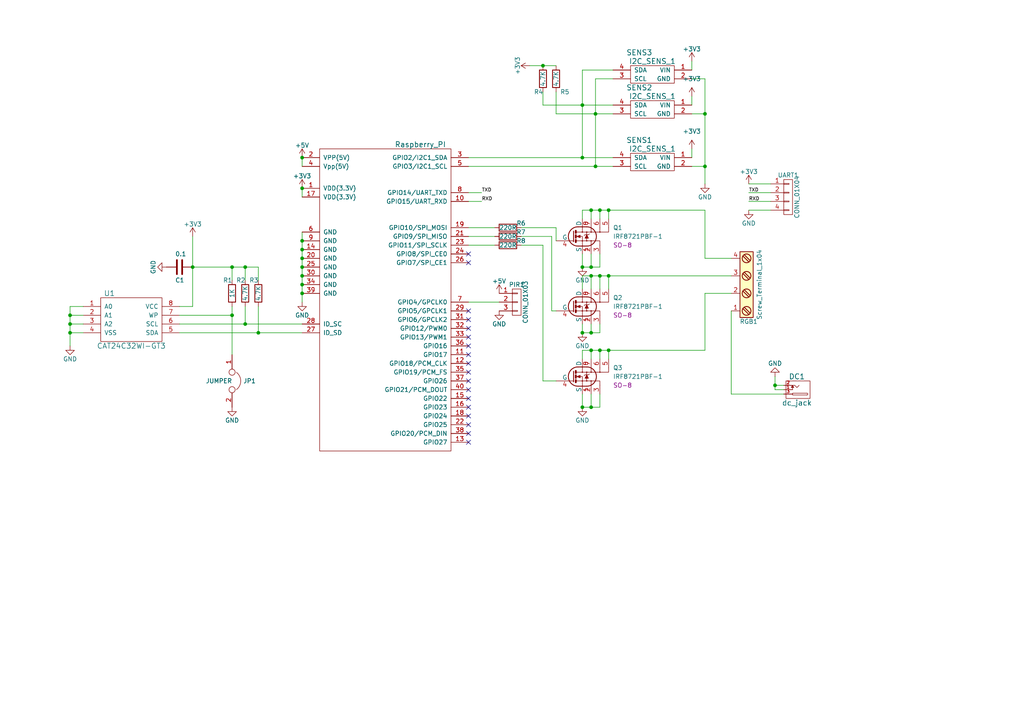
<source format=kicad_sch>
(kicad_sch (version 20211123) (generator eeschema)
  (paper "A4")
  (lib_symbols
    (symbol "anavi-light-rescue:+3.3V" (power) (pin_names (offset 0))
      (property "Value" "+3.3V" (at 0 3.556 0))
      (symbol "+3.3V_0_1"
        (polyline (pts (xy -0.762 1.27) (xy 0 2.54)))
        (polyline (pts (xy 0 0) (xy 0 2.54)))
        (polyline (pts (xy 0 2.54) (xy 0.762 1.27)))
      )
      (symbol "+3.3V_1_1"
        (pin power_in line (at 0 0 90) (length 0) hide (name "+3V3") (number "1"))
      )
    )
    (symbol "anavi-light-rescue:+5V" (power) (pin_names (offset 0))
      (property "Value" "+5V" (at 0 3.556 0))
      (symbol "+5V_0_1"
        (polyline (pts (xy -0.762 1.27) (xy 0 2.54)))
        (polyline (pts (xy 0 0) (xy 0 2.54)))
        (polyline (pts (xy 0 2.54) (xy 0.762 1.27)))
      )
      (symbol "+5V_1_1"
        (pin power_in line (at 0 0 90) (length 0) hide (name "+5V") (number "1"))
      )
    )
    (symbol "anavi-light-rescue:C" (pin_numbers hide) (pin_names (offset 0.254))
      (property "Reference" "C" (at 0.635 2.54 0))
      (property "Value" "C" (at 0.635 -2.54 0))
      (symbol "C_0_1"
        (polyline (pts (xy -2.032 -0.762) (xy 2.032 -0.762)) (stroke (width 0.508)))
        (polyline (pts (xy -2.032 0.762) (xy 2.032 0.762)) (stroke (width 0.508)))
      )
      (symbol "C_1_1"
        (pin passive line (at 0 3.81 270) (length 2.794) (name "~") (number "1"))
        (pin passive line (at 0 -3.81 90) (length 2.794) (name "~") (number "2"))
      )
    )
    (symbol "anavi-light-rescue:CONN_01X03" (pin_names (offset 1.016) hide)
      (property "Reference" "P" (at 0 5.08 0))
      (property "Value" "CONN_01X03" (at 2.54 0 90))
      (symbol "CONN_01X03_0_1"
        (rectangle (start -1.27 -2.413) (end 0.254 -2.667))
        (rectangle (start -1.27 0.127) (end 0.254 -0.127))
        (rectangle (start -1.27 2.667) (end 0.254 2.413))
        (rectangle (start -1.27 3.81) (end 1.27 -3.81))
      )
      (symbol "CONN_01X03_1_1"
        (pin passive line (at -5.08 2.54 0) (length 3.81) (name "P1") (number "1"))
        (pin passive line (at -5.08 0 0) (length 3.81) (name "P2") (number "2"))
        (pin passive line (at -5.08 -2.54 0) (length 3.81) (name "P3") (number "3"))
      )
    )
    (symbol "anavi-light-rescue:CONN_01X04" (pin_names (offset 1.016) hide)
      (property "Reference" "P" (at 0 6.35 0))
      (property "Value" "CONN_01X04" (at 2.54 0 90))
      (symbol "CONN_01X04_0_1"
        (rectangle (start -1.27 -3.683) (end 0.254 -3.937))
        (rectangle (start -1.27 -1.143) (end 0.254 -1.397))
        (rectangle (start -1.27 1.397) (end 0.254 1.143))
        (rectangle (start -1.27 3.937) (end 0.254 3.683))
        (rectangle (start -1.27 5.08) (end 1.27 -5.08))
      )
      (symbol "CONN_01X04_1_1"
        (pin passive line (at -5.08 3.81 0) (length 3.81) (name "P1") (number "1"))
        (pin passive line (at -5.08 1.27 0) (length 3.81) (name "P2") (number "2"))
        (pin passive line (at -5.08 -1.27 0) (length 3.81) (name "P3") (number "3"))
        (pin passive line (at -5.08 -3.81 0) (length 3.81) (name "P4") (number "4"))
      )
    )
    (symbol "anavi-light-rescue:GND" (power) (pin_names (offset 0))
      (property "Value" "GND" (at 0 -3.81 0))
      (symbol "GND_0_1"
        (polyline (pts (xy 0 0) (xy 0 -1.27) (xy 1.27 -1.27) (xy 0 -2.54) (xy -1.27 -1.27) (xy 0 -1.27)))
      )
      (symbol "GND_1_1"
        (pin power_in line (at 0 0 270) (length 0) hide (name "GND") (number "1"))
      )
    )
    (symbol "anavi-light-rescue:IRF8721PBF-1" (pin_names (offset 0))
      (property "Reference" "Q" (at 8.89 2.54 0))
      (property "Value" "IRF8721PBF-1" (at 8.89 0 0))
      (property "Footprint" "SO-8" (at 8.89 -2.54 0))
      (symbol "IRF8721PBF-1_0_1"
        (arc (start -1.27 2.794) (mid -4.064 0) (end -1.27 -2.794) (stroke (width 0.254)))
        (circle (center 0 -1.27) (radius 0.127))
        (polyline (pts (xy -1.905 -1.016) (xy -1.905 -1.651)) (stroke (width 0.508)))
        (polyline (pts (xy -1.905 0.381) (xy -1.905 -0.381)) (stroke (width 0.508)))
        (polyline (pts (xy -1.905 1.651) (xy -1.905 1.016)) (stroke (width 0.508)))
        (polyline (pts (xy -1.27 -2.794) (xy 1.27 -2.794)) (stroke (width 0.254)))
        (polyline (pts (xy -1.27 2.794) (xy 1.27 2.794)) (stroke (width 0.254)))
        (polyline (pts (xy 0 -2.54) (xy 0 -1.27)))
        (polyline (pts (xy 1.27 1.27) (xy 1.27 -1.27)))
        (polyline (pts (xy 2.54 -2.54) (xy 2.54 -1.27)))
        (polyline (pts (xy 2.54 1.27) (xy 2.54 2.54)))
        (polyline (pts (xy 5.08 1.27) (xy 5.08 2.54)))
        (polyline (pts (xy -2.54 1.524) (xy -2.54 -1.524) (xy -2.54 -1.524)) (stroke (width 0.254)))
        (polyline (pts (xy -1.905 -1.27) (xy 5.08 -1.27) (xy 5.08 -2.54)))
        (polyline (pts (xy -1.27 0) (xy 0 0) (xy 0 -1.27)))
        (polyline (pts (xy 0 1.27) (xy 7.62 1.27) (xy 7.62 2.54)))
        (polyline (pts (xy -1.778 1.27) (xy 0 1.27) (xy 0 2.54) (xy 0 2.54)))
        (polyline (pts (xy 0.508 0.254) (xy 0.762 0.508) (xy 1.778 0.508) (xy 2.032 0.762)))
        (circle (center 0 1.27) (radius 0.127))
        (arc (start 1.27 -2.794) (mid 4.064 0) (end 1.27 2.794) (stroke (width 0.254)))
        (circle (center 1.27 -1.27) (radius 0.127))
        (circle (center 1.27 1.27) (radius 0.127))
        (circle (center 2.54 -1.27) (radius 0.127))
        (circle (center 2.54 1.27) (radius 0.127))
        (circle (center 5.08 1.27) (radius 0.127))
      )
      (symbol "IRF8721PBF-1_1_1"
        (polyline (pts (xy 1.27 0.508) (xy 0.762 -0.508) (xy 1.778 -0.508) (xy 1.27 0.508)) (fill (type outline)))
        (polyline (pts (xy -1.651 0) (xy -0.635 0.381) (xy -0.635 -0.381) (xy -1.651 0) (xy -1.524 0) (xy -1.524 0)) (fill (type outline)))
        (pin passive line (at 0 -5.08 90) (length 2.54) (name "S") (number "1"))
        (pin passive line (at 2.54 -5.08 90) (length 2.54) (name "~") (number "2"))
        (pin passive line (at 5.08 -5.08 90) (length 2.54) (name "~") (number "3"))
        (pin input line (at -7.62 -1.27 0) (length 5.08) (name "G") (number "4"))
        (pin passive line (at 7.62 5.08 270) (length 2.54) (name "~") (number "5"))
        (pin passive line (at 5.08 5.08 270) (length 2.54) (name "~") (number "6"))
        (pin passive line (at 2.54 5.08 270) (length 2.54) (name "~") (number "7"))
        (pin passive line (at 0 5.08 270) (length 2.54) (name "D") (number "8"))
      )
    )
    (symbol "anavi-light-rescue:JUMPER" (pin_names (offset 0.762) hide)
      (property "Reference" "JP" (at 0 3.81 0))
      (property "Value" "JUMPER" (at 0 -2.032 0))
      (symbol "JUMPER_0_1"
        (circle (center -2.54 0) (radius 0.889))
        (arc (start 2.5146 1.27) (mid 0.0127 2.5097) (end -2.4892 1.27))
        (circle (center 2.54 0) (radius 0.889))
        (pin passive line (at -7.62 0 0) (length 4.191) (name "1") (number "1"))
        (pin passive line (at 7.62 0 180) (length 4.191) (name "2") (number "2"))
      )
    )
    (symbol "anavi-light-rescue:R" (pin_numbers hide) (pin_names (offset 0))
      (property "Reference" "R" (at 2.032 0 90))
      (property "Value" "R" (at 0 0 90))
      (symbol "R_0_1"
        (rectangle (start -1.016 -2.54) (end 1.016 2.54) (stroke (width 0.254)))
      )
      (symbol "R_1_1"
        (pin passive line (at 0 3.81 270) (length 1.27) (name "~") (number "1"))
        (pin passive line (at 0 -3.81 90) (length 1.27) (name "~") (number "2"))
      )
    )
    (symbol "anavi-light-rescue:Screw_Terminal_1x04" (pin_names (offset 0.762) hide)
      (property "Reference" "J" (at 0 11.43 0))
      (property "Value" "Screw_Terminal_1x04" (at -3.81 0 90))
      (symbol "Screw_Terminal_1x04_0_1"
        (rectangle (start -1.27 -9.525) (end 2.54 9.525) (stroke (width 0.254)) (fill (type background)))
        (polyline (pts (xy -0.381 -6.985) (xy 1.27 -8.636)) (stroke (width 0.254)))
        (polyline (pts (xy -0.381 3.175) (xy 1.27 1.524)) (stroke (width 0.254)))
        (polyline (pts (xy 0 -1.524) (xy 1.651 -3.175)) (stroke (width 0.254)))
        (polyline (pts (xy 0 8.636) (xy 1.651 6.985)) (stroke (width 0.254)))
        (polyline (pts (xy 1.27 -3.556) (xy -0.381 -1.905)) (stroke (width 0.254)))
        (polyline (pts (xy 1.27 6.604) (xy -0.381 8.255)) (stroke (width 0.254)))
        (polyline (pts (xy 1.651 -8.255) (xy 0 -6.604)) (stroke (width 0.254)))
        (polyline (pts (xy 1.651 1.905) (xy 0 3.556)) (stroke (width 0.254)))
        (circle (center 0.635 -7.62) (radius 1.27) (stroke (width 0.254)))
        (circle (center 0.635 -2.54) (radius 1.27) (stroke (width 0.254)))
        (circle (center 0.635 2.54) (radius 1.27) (stroke (width 0.254)))
        (circle (center 0.635 7.62) (radius 1.27) (stroke (width 0.254)))
      )
      (symbol "Screw_Terminal_1x04_1_1"
        (pin passive line (at 5.08 7.62 180) (length 2.54) (name "~") (number "1"))
        (pin passive line (at 5.08 2.54 180) (length 2.54) (name "~") (number "2"))
        (pin passive line (at 5.08 -2.54 180) (length 2.54) (name "~") (number "3"))
        (pin passive line (at 5.08 -7.62 180) (length 2.54) (name "~") (number "4"))
      )
    )
    (symbol "mylibrary:CAT24C32WI-GT3" (pin_names (offset 1.016))
      (property "Reference" "U" (at 0 0 0))
      (property "Value" "CAT24C32WI-GT3" (at 0 -16.51 0))
      (symbol "CAT24C32WI-GT3_0_1"
        (rectangle (start -8.89 -2.54) (end 8.89 -15.24))
      )
      (symbol "CAT24C32WI-GT3_1_1"
        (pin input line (at -13.97 -5.08 0) (length 5.08) (name "A0") (number "1"))
        (pin input line (at -13.97 -7.62 0) (length 5.08) (name "A1") (number "2"))
        (pin input line (at -13.97 -10.16 0) (length 5.08) (name "A2") (number "3"))
        (pin input line (at -13.97 -12.7 0) (length 5.08) (name "VSS") (number "4"))
        (pin input line (at 13.97 -12.7 180) (length 5.08) (name "SDA") (number "5"))
        (pin input line (at 13.97 -10.16 180) (length 5.08) (name "SCL") (number "6"))
        (pin input line (at 13.97 -7.62 180) (length 5.08) (name "WP") (number "7"))
        (pin input line (at 13.97 -5.08 180) (length 5.08) (name "VCC") (number "8"))
      )
    )
    (symbol "mylibrary:I2C_SENS_1" (pin_names (offset 1.016))
      (property "Reference" "U" (at 1.27 2.54 0))
      (property "Value" "I2C_SENS_1" (at 6.35 0 0))
      (symbol "I2C_SENS_1_0_1"
        (rectangle (start 0 -1.27) (end 12.7 -6.35))
      )
      (symbol "I2C_SENS_1_1_1"
        (pin input line (at 17.78 -2.54 180) (length 5.08) (name "VIN") (number "1"))
        (pin input line (at 17.78 -5.08 180) (length 5.08) (name "GND") (number "2"))
        (pin input line (at -5.08 -5.08 0) (length 5.08) (name "SCL") (number "3"))
        (pin input line (at -5.08 -2.54 0) (length 5.08) (name "SDA") (number "4"))
      )
    )
    (symbol "mylibrary:Raspberry_PI" (pin_names (offset 1.016))
      (property "Reference" "P" (at -15.24 2.54 0))
      (property "Value" "Raspberry_PI" (at 8.89 2.54 0))
      (symbol "Raspberry_PI_0_1"
        (rectangle (start 19.05 -87.63) (end -19.05 0))
      )
      (symbol "Raspberry_PI_1_1"
        (pin input line (at -24.13 -11.43 0) (length 5.08) (name "VDD(3.3V)") (number "1"))
        (pin input line (at 24.13 -15.24 180) (length 5.08) (name "GPIO15/UART_RXD") (number "10"))
        (pin input line (at 24.13 -59.69 180) (length 5.08) (name "GPIO17") (number "11"))
        (pin input line (at 24.13 -62.23 180) (length 5.08) (name "GPIO18/PCM_CLK") (number "12"))
        (pin input line (at 24.13 -85.09 180) (length 5.08) (name "GPIO27") (number "13"))
        (pin input line (at -24.13 -29.21 0) (length 5.08) (name "GND") (number "14"))
        (pin input line (at 24.13 -72.39 180) (length 5.08) (name "GPIO22") (number "15"))
        (pin input line (at 24.13 -74.93 180) (length 5.08) (name "GPIO23") (number "16"))
        (pin input line (at -24.13 -13.97 0) (length 5.08) (name "VDD(3.3V)") (number "17"))
        (pin input line (at 24.13 -77.47 180) (length 5.08) (name "GPIO24") (number "18"))
        (pin input line (at 24.13 -22.86 180) (length 5.08) (name "GPIO10/SPI_MOSI") (number "19"))
        (pin input line (at -24.13 -2.54 0) (length 5.08) (name "VPP(5V)") (number "2"))
        (pin input line (at -24.13 -31.75 0) (length 5.08) (name "GND") (number "20"))
        (pin input line (at 24.13 -25.4 180) (length 5.08) (name "GPIO9/SPI_MISO") (number "21"))
        (pin input line (at 24.13 -80.01 180) (length 5.08) (name "GPIO25") (number "22"))
        (pin input line (at 24.13 -27.94 180) (length 5.08) (name "GPIO11/SPI_SCLK") (number "23"))
        (pin input line (at 24.13 -30.48 180) (length 5.08) (name "GPIO8/SPI_CE0") (number "24"))
        (pin input line (at -24.13 -34.29 0) (length 5.08) (name "GND") (number "25"))
        (pin input line (at 24.13 -33.02 180) (length 5.08) (name "GPIO7/SPI_CE1") (number "26"))
        (pin input line (at -24.13 -53.34 0) (length 5.08) (name "ID_SD") (number "27"))
        (pin input line (at -24.13 -50.8 0) (length 5.08) (name "ID_SC") (number "28"))
        (pin input line (at 24.13 -46.99 180) (length 5.08) (name "GPIO5/GPCLK1") (number "29"))
        (pin input line (at 24.13 -2.54 180) (length 5.08) (name "GPIO2/I2C1_SDA") (number "3"))
        (pin input line (at -24.13 -36.83 0) (length 5.08) (name "GND") (number "30"))
        (pin input line (at 24.13 -49.53 180) (length 5.08) (name "GPIO6/GPCLK2") (number "31"))
        (pin input line (at 24.13 -52.07 180) (length 5.08) (name "GPIO12/PWM0") (number "32"))
        (pin input line (at 24.13 -54.61 180) (length 5.08) (name "GPIO13/PWM1") (number "33"))
        (pin input line (at -24.13 -39.37 0) (length 5.08) (name "GND") (number "34"))
        (pin input line (at 24.13 -64.77 180) (length 5.08) (name "GPIO19/PCM_FS") (number "35"))
        (pin input line (at 24.13 -57.15 180) (length 5.08) (name "GPIO16") (number "36"))
        (pin input line (at 24.13 -67.31 180) (length 5.08) (name "GPIO26") (number "37"))
        (pin input line (at 24.13 -82.55 180) (length 5.08) (name "GPIO20/PCM_DIN") (number "38"))
        (pin input line (at -24.13 -41.91 0) (length 5.08) (name "GND") (number "39"))
        (pin input line (at -24.13 -5.08 0) (length 5.08) (name "Vpp(5V)") (number "4"))
        (pin input line (at 24.13 -69.85 180) (length 5.08) (name "GPIO21/PCM_DOUT") (number "40"))
        (pin input line (at 24.13 -5.08 180) (length 5.08) (name "GPIO3/I2C1_SCL") (number "5"))
        (pin input line (at -24.13 -24.13 0) (length 5.08) (name "GND") (number "6"))
        (pin input line (at 24.13 -44.45 180) (length 5.08) (name "GPIO4/GPCLK0") (number "7"))
        (pin input line (at 24.13 -12.7 180) (length 5.08) (name "GPIO14/UART_TXD") (number "8"))
        (pin input line (at -24.13 -26.67 0) (length 5.08) (name "GND") (number "9"))
      )
    )
    (symbol "w_connectors:dc_jack" (pin_names (offset 0) hide)
      (property "Reference" "J" (at 0 3.81 0))
      (property "Value" "dc_jack" (at 0 -3.81 0))
      (symbol "dc_jack_0_1"
        (rectangle (start -3.175 2.54) (end 3.81 -2.54))
        (polyline (pts (xy -1.27 0) (xy -1.27 0.635)))
        (polyline (pts (xy -1.27 1.27) (xy -1.651 0.635) (xy -0.889 0.635) (xy -1.27 1.27)) (fill (type outline)))
        (polyline (pts (xy -1.27 1.27) (xy -0.635 1.27) (xy 0 0.635) (xy 0.635 1.27)))
        (polyline (pts (xy 2.921 -1.016) (xy -1.27 -1.016) (xy -1.27 -1.524) (xy 2.921 -1.524)))
        (arc (start 2.921 -1.524) (mid 3.175 -1.27) (end 2.921 -1.016))
      )
      (symbol "dc_jack_1_1"
        (pin passive line (at -3.81 0 0) (length 2.54) (name "1") (number "1"))
        (pin passive line (at -3.81 1.27 0) (length 2.54) (name "2") (number "2"))
        (pin passive line (at -3.81 -1.27 0) (length 2.54) (name "3") (number "3"))
      )
    )
  )
  (junction (at 171.45 80.01))
  (junction (at 87.63 72.39))
  (junction (at 176.53 60.96))
  (junction (at 87.63 85.09))
  (junction (at 71.12 77.47))
  (junction (at 20.32 93.98))
  (junction (at 171.45 60.96))
  (junction (at 67.31 91.44))
  (junction (at 171.45 101.6))
  (junction (at 171.45 96.52))
  (junction (at 157.48 19.05))
  (junction (at 20.32 96.52))
  (junction (at 87.63 77.47))
  (junction (at 168.91 45.72))
  (junction (at 168.91 30.48))
  (junction (at 204.47 33.02))
  (junction (at 168.91 77.47))
  (junction (at 67.31 77.47))
  (junction (at 20.32 91.44))
  (junction (at 74.93 96.52))
  (junction (at 173.99 101.6))
  (junction (at 173.99 60.96))
  (junction (at 176.53 101.6))
  (junction (at 172.72 48.26))
  (junction (at 71.12 93.98))
  (junction (at 173.99 80.01))
  (junction (at 87.63 45.72))
  (junction (at 87.63 69.85))
  (junction (at 224.79 111.76))
  (junction (at 172.72 33.02))
  (junction (at 87.63 74.93))
  (junction (at 87.63 82.55))
  (junction (at 204.47 48.26))
  (junction (at 171.45 77.47))
  (junction (at 87.63 54.61))
  (junction (at 176.53 80.01))
  (junction (at 87.63 80.01))
  (junction (at 168.91 118.11))
  (junction (at 171.45 118.11))
  (junction (at 55.88 77.47))
  (junction (at 168.91 96.52))
  (no_connect (at 135.89 76.2))
  (no_connect (at 135.89 97.79))
  (no_connect (at 135.89 73.66))
  (no_connect (at 135.89 115.57))
  (no_connect (at 135.89 120.65))
  (no_connect (at 135.89 118.11))
  (no_connect (at 135.89 125.73))
  (no_connect (at 135.89 100.33))
  (no_connect (at 135.89 113.03))
  (no_connect (at 135.89 102.87))
  (no_connect (at 135.89 123.19))
  (no_connect (at 135.89 95.25))
  (no_connect (at 135.89 128.27))
  (no_connect (at 135.89 92.71))
  (no_connect (at 135.89 107.95))
  (no_connect (at 135.89 110.49))
  (no_connect (at 135.89 105.41))
  (no_connect (at 135.89 90.17))
  (wire (pts (xy 168.91 80.01) (xy 171.45 80.01)))
  (wire (pts (xy 168.91 73.66) (xy 168.91 77.47)))
  (wire (pts (xy 173.99 83.82) (xy 173.99 80.01)))
  (wire (pts (xy 87.63 85.09) (xy 87.63 87.63)))
  (wire (pts (xy 171.45 101.6) (xy 173.99 101.6)))
  (wire (pts (xy 171.45 96.52) (xy 173.99 96.52)))
  (wire (pts (xy 20.32 96.52) (xy 20.32 100.33)))
  (wire (pts (xy 212.09 114.3) (xy 227.33 114.3)))
  (wire (pts (xy 135.89 45.72) (xy 168.91 45.72)))
  (wire (pts (xy 223.52 55.88) (xy 217.17 55.88)))
  (wire (pts (xy 55.88 77.47) (xy 55.88 88.9)))
  (wire (pts (xy 204.47 85.09) (xy 212.09 85.09)))
  (wire (pts (xy 204.47 33.02) (xy 204.47 48.26)))
  (wire (pts (xy 212.09 90.17) (xy 212.09 114.3)))
  (wire (pts (xy 177.8 20.32) (xy 168.91 20.32)))
  (wire (pts (xy 176.53 80.01) (xy 212.09 80.01)))
  (wire (pts (xy 55.88 77.47) (xy 67.31 77.47)))
  (wire (pts (xy 157.48 19.05) (xy 161.29 19.05)))
  (wire (pts (xy 87.63 82.55) (xy 87.63 85.09)))
  (wire (pts (xy 173.99 80.01) (xy 176.53 80.01)))
  (wire (pts (xy 172.72 33.02) (xy 177.8 33.02)))
  (wire (pts (xy 171.45 77.47) (xy 173.99 77.47)))
  (wire (pts (xy 172.72 22.86) (xy 172.72 33.02)))
  (wire (pts (xy 87.63 72.39) (xy 87.63 74.93)))
  (wire (pts (xy 200.66 22.86) (xy 204.47 22.86)))
  (wire (pts (xy 143.51 66.04) (xy 135.89 66.04)))
  (wire (pts (xy 74.93 96.52) (xy 74.93 88.9)))
  (wire (pts (xy 71.12 93.98) (xy 71.12 88.9)))
  (wire (pts (xy 67.31 77.47) (xy 71.12 77.47)))
  (wire (pts (xy 67.31 81.28) (xy 67.31 77.47)))
  (wire (pts (xy 135.89 58.42) (xy 139.7 58.42)))
  (wire (pts (xy 217.17 53.34) (xy 223.52 53.34)))
  (wire (pts (xy 52.07 96.52) (xy 74.93 96.52)))
  (wire (pts (xy 143.51 68.58) (xy 135.89 68.58)))
  (wire (pts (xy 223.52 60.96) (xy 217.17 60.96)))
  (wire (pts (xy 168.91 101.6) (xy 171.45 101.6)))
  (wire (pts (xy 87.63 54.61) (xy 87.63 57.15)))
  (wire (pts (xy 171.45 114.3) (xy 171.45 118.11)))
  (wire (pts (xy 204.47 22.86) (xy 204.47 33.02)))
  (wire (pts (xy 224.79 111.76) (xy 224.79 109.22)))
  (wire (pts (xy 55.88 88.9) (xy 52.07 88.9)))
  (wire (pts (xy 87.63 74.93) (xy 87.63 77.47)))
  (wire (pts (xy 223.52 58.42) (xy 217.17 58.42)))
  (wire (pts (xy 224.79 113.03) (xy 224.79 111.76)))
  (wire (pts (xy 171.45 93.98) (xy 171.45 96.52)))
  (wire (pts (xy 176.53 101.6) (xy 204.47 101.6)))
  (wire (pts (xy 200.66 17.78) (xy 200.66 20.32)))
  (wire (pts (xy 171.45 80.01) (xy 173.99 80.01)))
  (wire (pts (xy 168.91 104.14) (xy 168.91 101.6)))
  (wire (pts (xy 171.45 118.11) (xy 173.99 118.11)))
  (wire (pts (xy 168.91 45.72) (xy 177.8 45.72)))
  (wire (pts (xy 204.47 60.96) (xy 176.53 60.96)))
  (wire (pts (xy 74.93 96.52) (xy 87.63 96.52)))
  (wire (pts (xy 173.99 60.96) (xy 171.45 60.96)))
  (wire (pts (xy 135.89 87.63) (xy 144.78 87.63)))
  (wire (pts (xy 160.02 68.58) (xy 160.02 90.17)))
  (wire (pts (xy 87.63 67.31) (xy 87.63 69.85)))
  (wire (pts (xy 171.45 83.82) (xy 171.45 80.01)))
  (wire (pts (xy 173.99 77.47) (xy 173.99 73.66)))
  (wire (pts (xy 204.47 74.93) (xy 204.47 60.96)))
  (wire (pts (xy 168.91 77.47) (xy 171.45 77.47)))
  (wire (pts (xy 172.72 33.02) (xy 172.72 48.26)))
  (wire (pts (xy 161.29 66.04) (xy 161.29 69.85)))
  (wire (pts (xy 52.07 91.44) (xy 67.31 91.44)))
  (wire (pts (xy 55.88 68.58) (xy 55.88 77.47)))
  (wire (pts (xy 168.91 93.98) (xy 168.91 96.52)))
  (wire (pts (xy 157.48 30.48) (xy 168.91 30.48)))
  (wire (pts (xy 87.63 80.01) (xy 87.63 82.55)))
  (wire (pts (xy 67.31 88.9) (xy 67.31 91.44)))
  (wire (pts (xy 135.89 55.88) (xy 139.7 55.88)))
  (wire (pts (xy 173.99 96.52) (xy 173.99 93.98)))
  (wire (pts (xy 176.53 63.5) (xy 176.53 60.96)))
  (wire (pts (xy 135.89 48.26) (xy 172.72 48.26)))
  (wire (pts (xy 171.45 73.66) (xy 171.45 77.47)))
  (wire (pts (xy 173.99 118.11) (xy 173.99 114.3)))
  (wire (pts (xy 168.91 20.32) (xy 168.91 30.48)))
  (wire (pts (xy 168.91 30.48) (xy 177.8 30.48)))
  (wire (pts (xy 227.33 111.76) (xy 224.79 111.76)))
  (wire (pts (xy 212.09 74.93) (xy 204.47 74.93)))
  (wire (pts (xy 173.99 104.14) (xy 173.99 101.6)))
  (wire (pts (xy 172.72 48.26) (xy 177.8 48.26)))
  (wire (pts (xy 87.63 69.85) (xy 87.63 72.39)))
  (wire (pts (xy 200.66 27.94) (xy 200.66 30.48)))
  (wire (pts (xy 176.53 104.14) (xy 176.53 101.6)))
  (wire (pts (xy 173.99 101.6) (xy 176.53 101.6)))
  (wire (pts (xy 176.53 60.96) (xy 173.99 60.96)))
  (wire (pts (xy 24.13 91.44) (xy 20.32 91.44)))
  (wire (pts (xy 71.12 77.47) (xy 71.12 81.28)))
  (wire (pts (xy 168.91 118.11) (xy 171.45 118.11)))
  (wire (pts (xy 87.63 77.47) (xy 87.63 80.01)))
  (wire (pts (xy 143.51 71.12) (xy 135.89 71.12)))
  (wire (pts (xy 204.47 101.6) (xy 204.47 85.09)))
  (wire (pts (xy 168.91 30.48) (xy 168.91 45.72)))
  (wire (pts (xy 20.32 91.44) (xy 20.32 93.98)))
  (wire (pts (xy 74.93 77.47) (xy 74.93 81.28)))
  (wire (pts (xy 171.45 60.96) (xy 168.91 60.96)))
  (wire (pts (xy 157.48 71.12) (xy 157.48 110.49)))
  (wire (pts (xy 227.33 113.03) (xy 224.79 113.03)))
  (wire (pts (xy 67.31 91.44) (xy 67.31 102.87)))
  (wire (pts (xy 173.99 63.5) (xy 173.99 60.96)))
  (wire (pts (xy 151.13 71.12) (xy 157.48 71.12)))
  (wire (pts (xy 168.91 96.52) (xy 171.45 96.52)))
  (wire (pts (xy 204.47 33.02) (xy 200.66 33.02)))
  (wire (pts (xy 168.91 114.3) (xy 168.91 118.11)))
  (wire (pts (xy 151.13 66.04) (xy 161.29 66.04)))
  (wire (pts (xy 200.66 43.18) (xy 200.66 45.72)))
  (wire (pts (xy 52.07 93.98) (xy 71.12 93.98)))
  (wire (pts (xy 71.12 77.47) (xy 74.93 77.47)))
  (wire (pts (xy 177.8 22.86) (xy 172.72 22.86)))
  (wire (pts (xy 161.29 33.02) (xy 172.72 33.02)))
  (wire (pts (xy 160.02 90.17) (xy 161.29 90.17)))
  (wire (pts (xy 168.91 60.96) (xy 168.91 63.5)))
  (wire (pts (xy 168.91 83.82) (xy 168.91 80.01)))
  (wire (pts (xy 20.32 93.98) (xy 20.32 96.52)))
  (wire (pts (xy 24.13 93.98) (xy 20.32 93.98)))
  (wire (pts (xy 87.63 45.72) (xy 87.63 48.26)))
  (wire (pts (xy 153.67 19.05) (xy 157.48 19.05)))
  (wire (pts (xy 171.45 104.14) (xy 171.45 101.6)))
  (wire (pts (xy 24.13 96.52) (xy 20.32 96.52)))
  (wire (pts (xy 204.47 48.26) (xy 200.66 48.26)))
  (wire (pts (xy 161.29 26.67) (xy 161.29 33.02)))
  (wire (pts (xy 71.12 93.98) (xy 87.63 93.98)))
  (wire (pts (xy 157.48 26.67) (xy 157.48 30.48)))
  (wire (pts (xy 204.47 48.26) (xy 204.47 53.34)))
  (wire (pts (xy 151.13 68.58) (xy 160.02 68.58)))
  (wire (pts (xy 20.32 88.9) (xy 20.32 91.44)))
  (wire (pts (xy 171.45 63.5) (xy 171.45 60.96)))
  (wire (pts (xy 24.13 88.9) (xy 20.32 88.9)))
  (wire (pts (xy 176.53 83.82) (xy 176.53 80.01)))
  (wire (pts (xy 157.48 110.49) (xy 161.29 110.49)))
  (label "RXD" (at 217.17 58.42 0) (effects (font (size 0.9906 0.9906))))
  (label "TXD" (at 217.17 55.88 0) (effects (font (size 0.9906 0.9906))))
  (label "RXD" (at 139.7 58.42 0) (effects (font (size 0.9906 0.9906))))
  (label "TXD" (at 139.7 55.88 0) (effects (font (size 0.9906 0.9906))))
  (symbol (lib_id "mylibrary:CAT24C32WI-GT3") (at 38.1 83.82 0) (unit 1)
    (property "Reference" "U1" (at 31.75 85.09 0) (effects (font (size 1.524 1.524))))
    (property "Value" "CAT24C32WI-GT3" (at 38.1 100.33 0) (effects (font (size 1.524 1.524))))
    (property "Footprint" "Housings_DIP:DIP-8_W7.62mm" (effects hide))
  )
  (symbol (lib_id "anavi-light-rescue:R") (at 67.31 85.09 0) (unit 1)
    (property "Reference" "R1" (at 66.04 81.28 0))
    (property "Value" "1K" (at 67.31 85.09 90))
    (property "Footprint" "Resistors_SMD:R_0603_HandSoldering" (effects hide))
  )
  (symbol (lib_id "anavi-light-rescue:R") (at 71.12 85.09 0) (unit 1)
    (property "Reference" "R2" (at 69.85 81.28 0))
    (property "Value" "4.7K" (at 71.12 85.09 90))
    (property "Footprint" "Resistors_SMD:R_0603_HandSoldering" (effects hide))
  )
  (symbol (lib_id "anavi-light-rescue:R") (at 74.93 85.09 0) (unit 1)
    (property "Reference" "R3" (at 73.66 81.28 0))
    (property "Value" "4.7K" (at 74.93 85.09 90))
    (property "Footprint" "Resistors_SMD:R_0603_HandSoldering" (effects hide))
  )
  (symbol (lib_id "anavi-light-rescue:C") (at 52.07 77.47 270) (unit 1)
    (property "Reference" "C1" (at 50.8 81.28 90) (effects (justify left)))
    (property "Value" "0.1" (at 50.8 73.66 90) (effects (justify left)))
    (property "Footprint" "Capacitors_SMD:C_0603_HandSoldering" (effects hide))
  )
  (symbol (lib_id "anavi-light-rescue:GND") (at 20.32 100.33 0) (unit 1)
    (property "Reference" "#PWR01" (effects hide))
    (property "Value" "GND" (at 20.32 104.14 0))
  )
  (symbol (lib_id "anavi-light-rescue:GND") (at 48.26 77.47 270) (unit 1)
    (property "Reference" "#PWR02" (effects hide))
    (property "Value" "GND" (at 44.45 77.47 0))
  )
  (symbol (lib_id "anavi-light-rescue:+3.3V") (at 55.88 68.58 0) (unit 1)
    (property "Reference" "#PWR03" (effects hide))
    (property "Value" "+3.3V" (at 55.88 65.024 0))
  )
  (symbol (lib_id "anavi-light-rescue:GND") (at 67.31 118.11 0) (unit 1)
    (property "Reference" "#PWR04" (effects hide))
    (property "Value" "GND" (at 67.31 121.92 0))
  )
  (symbol (lib_id "mylibrary:Raspberry_PI") (at 111.76 43.18 0) (unit 1)
    (property "Reference" "RASP_CONN1" (effects hide))
    (property "Value" "Raspberry_PI" (at 121.92 41.91 0) (effects (font (size 1.524 1.524))))
    (property "Footprint" "Pin_Headers:Pin_Header_Straight_2x20" (effects hide))
  )
  (symbol (lib_id "anavi-light-rescue:GND") (at 87.63 87.63 0) (unit 1)
    (property "Reference" "#PWR05" (effects hide))
    (property "Value" "GND" (at 87.63 91.44 0))
  )
  (symbol (lib_id "anavi-light-rescue:+3.3V") (at 87.63 54.61 0) (unit 1)
    (property "Reference" "#PWR06" (effects hide))
    (property "Value" "+3.3V" (at 87.63 51.054 0))
  )
  (symbol (lib_id "anavi-light-rescue:+5V") (at 87.63 45.72 0) (unit 1)
    (property "Reference" "#PWR07" (effects hide))
    (property "Value" "+5V" (at 87.63 42.164 0))
  )
  (symbol (lib_id "mylibrary:I2C_SENS_1") (at 182.88 43.18 0) (unit 1)
    (property "Reference" "SENS1" (at 185.42 40.64 0) (effects (font (size 1.524 1.524))))
    (property "Value" "I2C_SENS_1" (at 189.23 43.18 0) (effects (font (size 1.524 1.524))))
    (property "Footprint" "Pin_Headers:Pin_Header_Straight_1x04" (effects hide))
  )
  (symbol (lib_id "anavi-light-rescue:GND") (at 204.47 53.34 0) (unit 1)
    (property "Reference" "#PWR08" (effects hide))
    (property "Value" "GND" (at 204.47 57.15 0))
  )
  (symbol (lib_id "anavi-light-rescue:+3.3V") (at 200.66 17.78 0) (unit 1)
    (property "Reference" "#PWR09" (effects hide))
    (property "Value" "+3.3V" (at 200.66 14.224 0))
  )
  (symbol (lib_id "anavi-light-rescue:R") (at 157.48 22.86 0) (unit 1)
    (property "Reference" "R4" (at 156.21 26.67 0))
    (property "Value" "4.7K" (at 157.48 22.86 90))
    (property "Footprint" "Resistors_SMD:R_0603_HandSoldering" (effects hide))
  )
  (symbol (lib_id "anavi-light-rescue:R") (at 161.29 22.86 0) (unit 1)
    (property "Reference" "R5" (at 163.83 26.67 0))
    (property "Value" "4.7K" (at 161.29 22.86 90))
    (property "Footprint" "Resistors_SMD:R_0603_HandSoldering" (effects hide))
  )
  (symbol (lib_id "anavi-light-rescue:JUMPER") (at 67.31 110.49 270) (unit 1)
    (property "Reference" "JP1" (at 72.39 110.49 90))
    (property "Value" "JUMPER" (at 63.5 110.49 90))
    (property "Footprint" "Pin_Headers:Pin_Header_Straight_1x02" (effects hide))
  )
  (symbol (lib_id "anavi-light-rescue:CONN_01X04") (at 228.6 57.15 0) (unit 1)
    (property "Reference" "UART1" (at 228.6 50.8 0))
    (property "Value" "CONN_01X04" (at 231.14 57.15 90))
    (property "Footprint" "Pin_Headers:Pin_Header_Straight_1x04" (effects hide))
  )
  (symbol (lib_id "anavi-light-rescue:GND") (at 217.17 60.96 0) (unit 1)
    (property "Reference" "#PWR010" (effects hide))
    (property "Value" "GND" (at 217.17 64.77 0))
  )
  (symbol (lib_id "anavi-light-rescue:+3.3V") (at 217.17 53.34 0) (unit 1)
    (property "Reference" "#PWR011" (effects hide))
    (property "Value" "+3.3V" (at 217.17 49.784 0))
  )
  (symbol (lib_id "mylibrary:I2C_SENS_1") (at 182.88 27.94 0) (unit 1)
    (property "Reference" "SENS2" (at 185.42 25.4 0) (effects (font (size 1.524 1.524))))
    (property "Value" "I2C_SENS_1" (at 189.23 27.94 0) (effects (font (size 1.524 1.524))))
    (property "Footprint" "Pin_Headers:Pin_Header_Straight_1x04" (effects hide))
  )
  (symbol (lib_id "mylibrary:I2C_SENS_1") (at 182.88 17.78 0) (unit 1)
    (property "Reference" "SENS3" (at 185.42 15.24 0) (effects (font (size 1.524 1.524))))
    (property "Value" "I2C_SENS_1" (at 189.23 17.78 0) (effects (font (size 1.524 1.524))))
    (property "Footprint" "Pin_Headers:Pin_Header_Straight_1x04" (effects hide))
  )
  (symbol (lib_id "anavi-light-rescue:+3.3V") (at 153.67 19.05 90) (unit 1)
    (property "Reference" "#PWR012" (effects hide))
    (property "Value" "+3.3V" (at 150.114 19.05 0))
  )
  (symbol (lib_id "anavi-light-rescue:CONN_01X03") (at 149.86 87.63 0) (unit 1)
    (property "Reference" "PIR1" (at 149.86 82.55 0))
    (property "Value" "CONN_01X03" (at 152.4 87.63 90))
    (property "Footprint" "Pin_Headers:Pin_Header_Straight_1x03" (effects hide))
  )
  (symbol (lib_id "anavi-light-rescue:GND") (at 144.78 90.17 0) (unit 1)
    (property "Reference" "#PWR013" (effects hide))
    (property "Value" "GND" (at 144.78 93.98 0))
  )
  (symbol (lib_id "anavi-light-rescue:+5V") (at 144.78 85.09 0) (unit 1)
    (property "Reference" "#PWR014" (effects hide))
    (property "Value" "+5V" (at 144.78 81.534 0))
  )
  (symbol (lib_id "w_connectors:dc_jack") (at 231.14 113.03 0) (unit 1)
    (property "Reference" "DC1" (at 231.14 109.22 0) (effects (font (size 1.524 1.524))))
    (property "Value" "dc_jack" (at 231.14 116.84 0) (effects (font (size 1.524 1.524))))
    (property "Footprint" "w_conn_misc:dc_socket" (effects hide))
  )
  (symbol (lib_id "anavi-light-rescue:Screw_Terminal_1x04") (at 217.17 82.55 180) (unit 1)
    (property "Reference" "RGB1" (at 217.17 93.98 0) (effects (justify top)))
    (property "Value" "Screw_Terminal_1x04" (at 220.98 82.55 90) (effects (justify top)))
    (property "Footprint" "Terminal_Blocks:TerminalBlock_Pheonix_MKDS1.5-4pol" (effects hide))
  )
  (symbol (lib_id "anavi-light-rescue:IRF8721PBF-1") (at 168.91 68.58 0) (unit 1)
    (property "Reference" "Q1" (at 177.8 66.04 0) (effects (justify left)))
    (property "Value" "IRF8721PBF-1" (at 177.8 68.58 0) (effects (justify left)))
    (property "Footprint" "SO-8" (at 177.8 71.12 0) (effects (justify left)))
  )
  (symbol (lib_id "anavi-light-rescue:IRF8721PBF-1") (at 168.91 88.9 0) (unit 1)
    (property "Reference" "Q2" (at 177.8 86.36 0) (effects (justify left)))
    (property "Value" "IRF8721PBF-1" (at 177.8 88.9 0) (effects (justify left)))
    (property "Footprint" "SO-8" (at 177.8 91.44 0) (effects (justify left)))
  )
  (symbol (lib_id "anavi-light-rescue:IRF8721PBF-1") (at 168.91 109.22 0) (unit 1)
    (property "Reference" "Q3" (at 177.8 106.68 0) (effects (justify left)))
    (property "Value" "IRF8721PBF-1" (at 177.8 109.22 0) (effects (justify left)))
    (property "Footprint" "SO-8" (at 177.8 111.76 0) (effects (justify left)))
  )
  (symbol (lib_id "anavi-light-rescue:GND") (at 168.91 96.52 0) (unit 1)
    (property "Reference" "#PWR015" (effects hide))
    (property "Value" "GND" (at 168.91 100.33 0))
  )
  (symbol (lib_id "anavi-light-rescue:GND") (at 168.91 118.11 0) (unit 1)
    (property "Reference" "#PWR016" (effects hide))
    (property "Value" "GND" (at 168.91 121.92 0))
  )
  (symbol (lib_id "anavi-light-rescue:GND") (at 168.91 77.47 0) (unit 1)
    (property "Reference" "#PWR017" (effects hide))
    (property "Value" "GND" (at 168.91 81.28 0))
  )
  (symbol (lib_id "anavi-light-rescue:GND") (at 224.79 109.22 180) (unit 1)
    (property "Reference" "#PWR018" (effects hide))
    (property "Value" "GND" (at 224.79 105.41 0))
  )
  (symbol (lib_id "anavi-light-rescue:R") (at 147.32 66.04 270) (unit 1)
    (property "Reference" "R6" (at 151.13 64.77 90))
    (property "Value" "220R" (at 147.32 66.04 90))
    (property "Footprint" "Resistors_SMD:R_0603_HandSoldering" (effects hide))
  )
  (symbol (lib_id "anavi-light-rescue:R") (at 147.32 68.58 270) (unit 1)
    (property "Reference" "R7" (at 151.13 67.31 90))
    (property "Value" "220R" (at 147.32 68.58 90))
    (property "Footprint" "Resistors_SMD:R_0603_HandSoldering" (effects hide))
  )
  (symbol (lib_id "anavi-light-rescue:R") (at 147.32 71.12 270) (unit 1)
    (property "Reference" "R8" (at 151.13 69.85 90))
    (property "Value" "220R" (at 147.32 71.12 90))
    (property "Footprint" "Resistors_SMD:R_0603_HandSoldering" (effects hide))
  )
  (symbol (lib_id "anavi-light-rescue:+3.3V") (at 200.66 43.18 0) (unit 1)
    (property "Reference" "#PWR?" (effects hide))
    (property "Value" "+3.3V" (at 200.66 38.1 0))
  )
  (symbol (lib_id "anavi-light-rescue:+3.3V") (at 200.66 27.94 0) (unit 1)
    (property "Reference" "#PWR?" (effects hide))
    (property "Value" "+3.3V" (at 200.66 22.86 0))
  )
)
</source>
